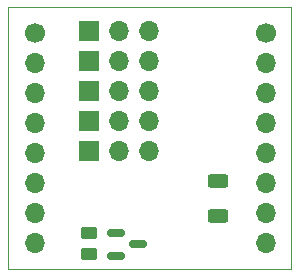
<source format=gbr>
%TF.GenerationSoftware,KiCad,Pcbnew,7.0.10*%
%TF.CreationDate,2024-08-23T10:21:53-04:00*%
%TF.ProjectId,mks_wifi_breakout,6d6b735f-7769-4666-995f-627265616b6f,rev?*%
%TF.SameCoordinates,Original*%
%TF.FileFunction,Soldermask,Bot*%
%TF.FilePolarity,Negative*%
%FSLAX46Y46*%
G04 Gerber Fmt 4.6, Leading zero omitted, Abs format (unit mm)*
G04 Created by KiCad (PCBNEW 7.0.10) date 2024-08-23 10:21:53*
%MOMM*%
%LPD*%
G01*
G04 APERTURE LIST*
G04 Aperture macros list*
%AMRoundRect*
0 Rectangle with rounded corners*
0 $1 Rounding radius*
0 $2 $3 $4 $5 $6 $7 $8 $9 X,Y pos of 4 corners*
0 Add a 4 corners polygon primitive as box body*
4,1,4,$2,$3,$4,$5,$6,$7,$8,$9,$2,$3,0*
0 Add four circle primitives for the rounded corners*
1,1,$1+$1,$2,$3*
1,1,$1+$1,$4,$5*
1,1,$1+$1,$6,$7*
1,1,$1+$1,$8,$9*
0 Add four rect primitives between the rounded corners*
20,1,$1+$1,$2,$3,$4,$5,0*
20,1,$1+$1,$4,$5,$6,$7,0*
20,1,$1+$1,$6,$7,$8,$9,0*
20,1,$1+$1,$8,$9,$2,$3,0*%
G04 Aperture macros list end*
%ADD10R,1.700000X1.700000*%
%ADD11O,1.700000X1.700000*%
%ADD12RoundRect,0.150000X-0.587500X-0.150000X0.587500X-0.150000X0.587500X0.150000X-0.587500X0.150000X0*%
%ADD13C,1.700000*%
%ADD14RoundRect,0.250000X0.450000X-0.262500X0.450000X0.262500X-0.450000X0.262500X-0.450000X-0.262500X0*%
%ADD15RoundRect,0.250000X0.625000X-0.312500X0.625000X0.312500X-0.625000X0.312500X-0.625000X-0.312500X0*%
%TA.AperFunction,Profile*%
%ADD16C,0.100000*%
%TD*%
G04 APERTURE END LIST*
D10*
%TO.C,PA10*%
X136652000Y-74168000D03*
D11*
X139192000Y-74168000D03*
X141732000Y-74168000D03*
%TD*%
D10*
%TO.C,PA9*%
X136652000Y-76708000D03*
D11*
X139192000Y-76708000D03*
X141732000Y-76708000D03*
%TD*%
D10*
%TO.C,PC7*%
X136652000Y-71628000D03*
D11*
X139192000Y-71628000D03*
X141732000Y-71628000D03*
%TD*%
D10*
%TO.C,PA8*%
X136652000Y-79248000D03*
D11*
X139192000Y-79248000D03*
X141732000Y-79248000D03*
%TD*%
D10*
%TO.C,PA5*%
X136652000Y-81788000D03*
D11*
X139192000Y-81788000D03*
X141732000Y-81788000D03*
%TD*%
D12*
%TO.C,Q1*%
X138938000Y-90678000D03*
X138938000Y-88778000D03*
X140813000Y-89728000D03*
%TD*%
D13*
%TO.C,BLACK*%
X132080000Y-71850000D03*
D11*
X132080000Y-74390000D03*
X132080000Y-76930000D03*
X132080000Y-79470000D03*
X132080000Y-82010000D03*
X132080000Y-84550000D03*
X132080000Y-87090000D03*
X132080000Y-89630000D03*
%TD*%
D14*
%TO.C,R2*%
X136652000Y-90574500D03*
X136652000Y-88749500D03*
%TD*%
D15*
%TO.C,R1*%
X147574000Y-87314500D03*
X147574000Y-84389500D03*
%TD*%
D13*
%TO.C,GREEN*%
X151680000Y-71850000D03*
D11*
X151680000Y-74390000D03*
X151680000Y-76930000D03*
X151680000Y-79470000D03*
X151680000Y-82010000D03*
X151680000Y-84550000D03*
X151680000Y-87090000D03*
X151680000Y-89630000D03*
%TD*%
D16*
X129800000Y-69600000D02*
X153800000Y-69600000D01*
X153800000Y-91800000D01*
X129800000Y-91800000D01*
X129800000Y-69600000D01*
M02*

</source>
